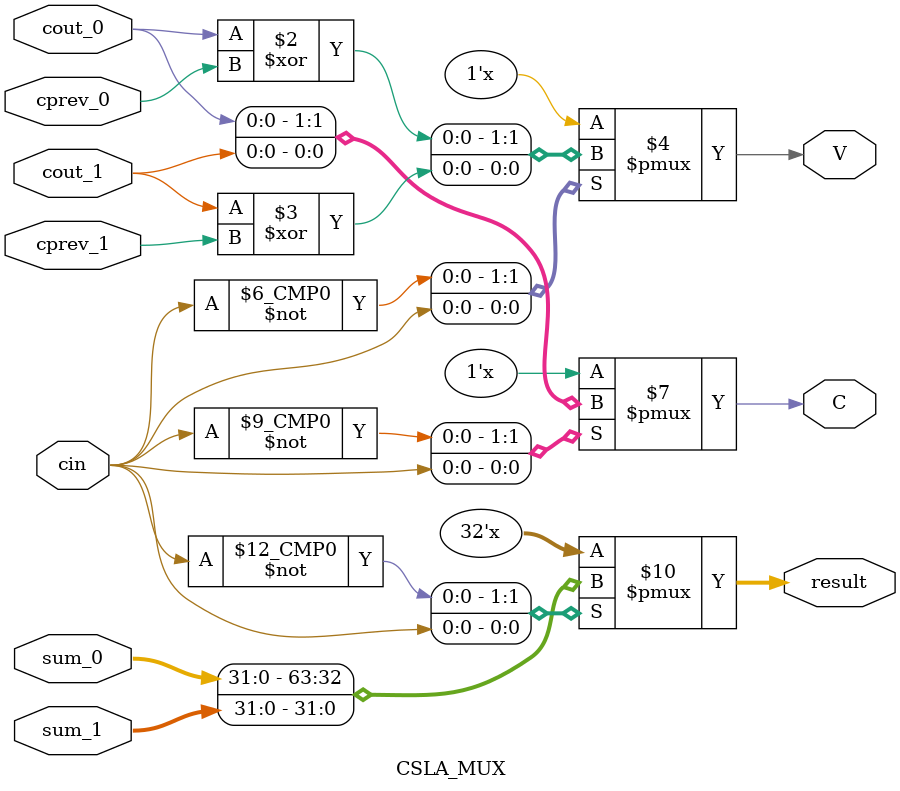
<source format=v>
module CSLA_MUX(   
    input cin,
    
    input  [31:0]          sum_0,
    input                  cout_0,
    input                  cprev_0,
    
    input  [31:0]          sum_1,    
    input                  cout_1,
    input                  cprev_1,
    
    output reg              C,
    output reg              V,
    output reg [31:0]       result
    );
   
always  @(*) begin
case(cin)
        0: begin
                result  =   sum_0;
                C       =   cout_0;
                V       =   cout_0 ^ cprev_0;
            end    
        1: begin
                result  =   sum_1;
                C       =   cout_1;
                V       =   cout_1  ^ cprev_1;
            end
endcase
end   
endmodule

</source>
